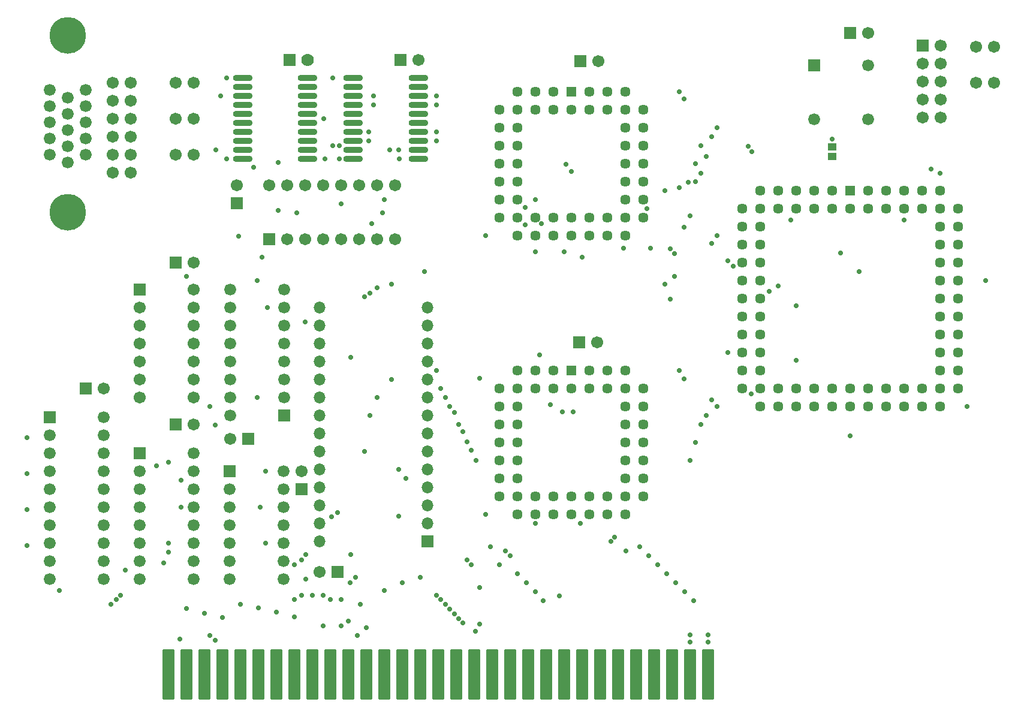
<source format=gts>
G04 Layer_Color=20142*
%FSAX24Y24*%
%MOIN*%
G70*
G01*
G75*
%ADD34R,0.0450X0.0405*%
%ADD35O,0.1094X0.0346*%
G04:AMPARAMS|DCode=36|XSize=67mil|YSize=282mil|CornerRadius=9.5mil|HoleSize=0mil|Usage=FLASHONLY|Rotation=0.000|XOffset=0mil|YOffset=0mil|HoleType=Round|Shape=RoundedRectangle|*
%AMROUNDEDRECTD36*
21,1,0.0670,0.2630,0,0,0.0*
21,1,0.0480,0.2820,0,0,0.0*
1,1,0.0190,0.0240,-0.1315*
1,1,0.0190,-0.0240,-0.1315*
1,1,0.0190,-0.0240,0.1315*
1,1,0.0190,0.0240,0.1315*
%
%ADD36ROUNDEDRECTD36*%
%ADD37C,0.0670*%
%ADD38R,0.0670X0.0670*%
%ADD39R,0.0670X0.0670*%
%ADD40C,0.0570*%
%ADD41R,0.0570X0.0570*%
%ADD42O,0.0661X0.0661*%
%ADD43R,0.0661X0.0661*%
%ADD44R,0.0661X0.0661*%
%ADD45C,0.0661*%
%ADD46C,0.0700*%
%ADD47C,0.2039*%
%ADD48C,0.0290*%
D34*
X052000Y039894D02*
D03*
Y040406D02*
D03*
D35*
X025389Y044250D02*
D03*
Y043750D02*
D03*
Y043250D02*
D03*
Y042750D02*
D03*
Y042250D02*
D03*
Y041750D02*
D03*
Y041250D02*
D03*
Y040750D02*
D03*
Y040250D02*
D03*
Y039750D02*
D03*
X029011Y044250D02*
D03*
Y043750D02*
D03*
Y043250D02*
D03*
Y042750D02*
D03*
Y042250D02*
D03*
Y041750D02*
D03*
Y041250D02*
D03*
Y040750D02*
D03*
Y040250D02*
D03*
Y039750D02*
D03*
X019239Y044250D02*
D03*
Y043750D02*
D03*
Y043250D02*
D03*
Y042750D02*
D03*
Y042250D02*
D03*
Y041750D02*
D03*
Y041250D02*
D03*
Y040750D02*
D03*
Y040250D02*
D03*
Y039750D02*
D03*
X022861Y044250D02*
D03*
Y043750D02*
D03*
Y043250D02*
D03*
Y042750D02*
D03*
Y042250D02*
D03*
Y041750D02*
D03*
Y041250D02*
D03*
Y040750D02*
D03*
Y040250D02*
D03*
Y039750D02*
D03*
D36*
X015100Y011100D02*
D03*
X016100D02*
D03*
X017100D02*
D03*
X018100D02*
D03*
X019100D02*
D03*
X020100D02*
D03*
X021100D02*
D03*
X022100D02*
D03*
X023100D02*
D03*
X024100D02*
D03*
X025100D02*
D03*
X026100D02*
D03*
X027100D02*
D03*
X028100D02*
D03*
X029100D02*
D03*
X030100D02*
D03*
X031100D02*
D03*
X032100D02*
D03*
X033100D02*
D03*
X034100D02*
D03*
X035100D02*
D03*
X036100D02*
D03*
X037100D02*
D03*
X038100D02*
D03*
X039100D02*
D03*
X040100D02*
D03*
X041100D02*
D03*
X042100D02*
D03*
X043100D02*
D03*
X044100D02*
D03*
X045100D02*
D03*
D37*
X058050Y042050D02*
D03*
X057050D02*
D03*
X058050Y043050D02*
D03*
X057050D02*
D03*
X058050Y044050D02*
D03*
X057050D02*
D03*
X058050Y045050D02*
D03*
X057050D02*
D03*
X058050Y046050D02*
D03*
X011500Y027000D02*
D03*
X016500Y034000D02*
D03*
X022500Y022400D02*
D03*
X023500Y016800D02*
D03*
X029000Y045250D02*
D03*
X039000Y045200D02*
D03*
X016500Y044000D02*
D03*
X015500D02*
D03*
X016500Y042000D02*
D03*
X015500D02*
D03*
X016500Y040000D02*
D03*
X015500D02*
D03*
X054000Y046750D02*
D03*
X038950Y029550D02*
D03*
X061000Y044000D02*
D03*
X060000D02*
D03*
X061000Y046000D02*
D03*
X060000D02*
D03*
X013000Y044000D02*
D03*
X012000D02*
D03*
X013000Y043000D02*
D03*
X012000D02*
D03*
X013000Y042000D02*
D03*
X012000D02*
D03*
X013000Y041000D02*
D03*
X012000D02*
D03*
X013000Y040000D02*
D03*
X012000D02*
D03*
X013000Y039000D02*
D03*
X012000D02*
D03*
X013500Y031500D02*
D03*
Y030500D02*
D03*
Y029500D02*
D03*
Y028500D02*
D03*
Y027500D02*
D03*
Y026500D02*
D03*
X016500Y032500D02*
D03*
Y031500D02*
D03*
Y030500D02*
D03*
Y029500D02*
D03*
Y028500D02*
D03*
Y027500D02*
D03*
Y026500D02*
D03*
Y025000D02*
D03*
X018550Y024200D02*
D03*
X020700Y038300D02*
D03*
X021700D02*
D03*
Y035300D02*
D03*
X022700D02*
D03*
X023700D02*
D03*
X024700D02*
D03*
X025700D02*
D03*
X026700D02*
D03*
X022700Y038300D02*
D03*
X023700D02*
D03*
X024700D02*
D03*
X025700D02*
D03*
X026700D02*
D03*
X027700D02*
D03*
Y035300D02*
D03*
X018900Y038300D02*
D03*
D38*
X057050Y046050D02*
D03*
X022500Y021400D02*
D03*
X020700Y035300D02*
D03*
X018900Y037300D02*
D03*
D39*
X010500Y027000D02*
D03*
X015500Y034000D02*
D03*
X024500Y016800D02*
D03*
X028000Y045250D02*
D03*
X038000Y045200D02*
D03*
X021850Y045250D02*
D03*
X053000Y046750D02*
D03*
X037950Y029550D02*
D03*
X013500Y032500D02*
D03*
X015500Y025000D02*
D03*
X019550Y024200D02*
D03*
D40*
X038500Y042500D02*
D03*
Y043500D02*
D03*
X039500Y042500D02*
D03*
Y043500D02*
D03*
X040500Y042500D02*
D03*
Y043500D02*
D03*
X041500Y042500D02*
D03*
X040500Y041500D02*
D03*
X041500D02*
D03*
X040500Y040500D02*
D03*
X041500D02*
D03*
X040500Y039500D02*
D03*
X041500D02*
D03*
X040500Y038500D02*
D03*
X041500D02*
D03*
X040500Y037500D02*
D03*
X041500D02*
D03*
X040500Y036500D02*
D03*
X041500D02*
D03*
X040500Y035500D02*
D03*
X039500Y036500D02*
D03*
Y035500D02*
D03*
X038500Y036500D02*
D03*
Y035500D02*
D03*
X037500Y036500D02*
D03*
Y035500D02*
D03*
X036500Y036500D02*
D03*
Y035500D02*
D03*
X035500Y036500D02*
D03*
Y035500D02*
D03*
X034500Y036500D02*
D03*
Y035500D02*
D03*
X033500Y036500D02*
D03*
X034500Y037500D02*
D03*
X033500D02*
D03*
X034500Y038500D02*
D03*
X033500D02*
D03*
X034500Y039500D02*
D03*
X033500D02*
D03*
X034500Y040500D02*
D03*
X033500D02*
D03*
X034500Y041500D02*
D03*
X033500D02*
D03*
X034500Y042500D02*
D03*
X033500D02*
D03*
X034500Y043500D02*
D03*
X035500Y042500D02*
D03*
Y043500D02*
D03*
X036500Y042500D02*
D03*
Y043500D02*
D03*
X037500Y042500D02*
D03*
X038500Y027000D02*
D03*
Y028000D02*
D03*
X039500Y027000D02*
D03*
Y028000D02*
D03*
X040500Y027000D02*
D03*
Y028000D02*
D03*
X041500Y027000D02*
D03*
X040500Y026000D02*
D03*
X041500D02*
D03*
X040500Y025000D02*
D03*
X041500D02*
D03*
X040500Y024000D02*
D03*
X041500D02*
D03*
X040500Y023000D02*
D03*
X041500D02*
D03*
X040500Y022000D02*
D03*
X041500D02*
D03*
X040500Y021000D02*
D03*
X041500D02*
D03*
X040500Y020000D02*
D03*
X039500Y021000D02*
D03*
Y020000D02*
D03*
X038500Y021000D02*
D03*
Y020000D02*
D03*
X037500Y021000D02*
D03*
Y020000D02*
D03*
X036500Y021000D02*
D03*
Y020000D02*
D03*
X035500Y021000D02*
D03*
Y020000D02*
D03*
X034500Y021000D02*
D03*
Y020000D02*
D03*
X033500Y021000D02*
D03*
X034500Y022000D02*
D03*
X033500D02*
D03*
X034500Y023000D02*
D03*
X033500D02*
D03*
X034500Y024000D02*
D03*
X033500D02*
D03*
X034500Y025000D02*
D03*
X033500D02*
D03*
X034500Y026000D02*
D03*
X033500D02*
D03*
X034500Y027000D02*
D03*
X033500D02*
D03*
X034500Y028000D02*
D03*
X035500Y027000D02*
D03*
Y028000D02*
D03*
X036500Y027000D02*
D03*
Y028000D02*
D03*
X037500Y027000D02*
D03*
X054000Y037000D02*
D03*
Y038000D02*
D03*
X055000Y037000D02*
D03*
Y038000D02*
D03*
X056000Y037000D02*
D03*
Y038000D02*
D03*
X057000Y037000D02*
D03*
Y038000D02*
D03*
X058000Y037000D02*
D03*
Y038000D02*
D03*
X059000Y037000D02*
D03*
X058000Y036000D02*
D03*
X059000D02*
D03*
X058000Y035000D02*
D03*
X059000D02*
D03*
X058000Y034000D02*
D03*
X059000D02*
D03*
X058000Y033000D02*
D03*
X059000D02*
D03*
X058000Y032000D02*
D03*
X059000D02*
D03*
X058000Y031000D02*
D03*
X059000D02*
D03*
X058000Y030000D02*
D03*
X059000D02*
D03*
X058000Y029000D02*
D03*
X059000D02*
D03*
X058000Y028000D02*
D03*
X059000D02*
D03*
X058000Y027000D02*
D03*
X059000D02*
D03*
X058000Y026000D02*
D03*
X057000Y027000D02*
D03*
Y026000D02*
D03*
X056000Y027000D02*
D03*
Y026000D02*
D03*
X055000Y027000D02*
D03*
Y026000D02*
D03*
X054000Y027000D02*
D03*
Y026000D02*
D03*
X053000Y027000D02*
D03*
Y026000D02*
D03*
X052000Y027000D02*
D03*
Y026000D02*
D03*
X051000Y027000D02*
D03*
Y026000D02*
D03*
X050000Y027000D02*
D03*
Y026000D02*
D03*
X049000Y027000D02*
D03*
Y026000D02*
D03*
X048000Y027000D02*
D03*
Y026000D02*
D03*
X047000Y027000D02*
D03*
X048000Y028000D02*
D03*
X047000D02*
D03*
X048000Y029000D02*
D03*
X047000D02*
D03*
X048000Y030000D02*
D03*
X047000D02*
D03*
X048000Y031000D02*
D03*
X047000D02*
D03*
X048000Y032000D02*
D03*
X047000D02*
D03*
X048000Y033000D02*
D03*
X047000D02*
D03*
X048000Y034000D02*
D03*
X047000D02*
D03*
X048000Y035000D02*
D03*
X047000D02*
D03*
X048000Y036000D02*
D03*
X047000D02*
D03*
X048000Y037000D02*
D03*
X047000D02*
D03*
X048000Y038000D02*
D03*
X049000Y037000D02*
D03*
Y038000D02*
D03*
X050000Y037000D02*
D03*
Y038000D02*
D03*
X051000Y037000D02*
D03*
Y038000D02*
D03*
X052000Y037000D02*
D03*
Y038000D02*
D03*
X053000Y037000D02*
D03*
D41*
X037500Y043500D02*
D03*
Y028000D02*
D03*
X053000Y038000D02*
D03*
D42*
X023500Y031500D02*
D03*
Y030500D02*
D03*
Y029500D02*
D03*
Y028500D02*
D03*
Y027500D02*
D03*
Y026500D02*
D03*
Y025500D02*
D03*
Y024500D02*
D03*
Y023500D02*
D03*
Y022500D02*
D03*
Y021500D02*
D03*
Y020500D02*
D03*
Y019500D02*
D03*
Y018500D02*
D03*
X029500Y031500D02*
D03*
Y030500D02*
D03*
Y029500D02*
D03*
Y028500D02*
D03*
Y027500D02*
D03*
Y026500D02*
D03*
Y025500D02*
D03*
Y024500D02*
D03*
Y023500D02*
D03*
Y022500D02*
D03*
Y021500D02*
D03*
Y020500D02*
D03*
Y019500D02*
D03*
D43*
Y018500D02*
D03*
D44*
X008500Y025400D02*
D03*
X013500Y023400D02*
D03*
X018500Y022400D02*
D03*
X021550Y025500D02*
D03*
X051000Y044950D02*
D03*
D45*
X008500Y024400D02*
D03*
Y023400D02*
D03*
Y022400D02*
D03*
Y021400D02*
D03*
Y020400D02*
D03*
Y019400D02*
D03*
Y018400D02*
D03*
Y017400D02*
D03*
Y016400D02*
D03*
X011500Y025400D02*
D03*
Y024400D02*
D03*
Y023400D02*
D03*
Y022400D02*
D03*
Y021400D02*
D03*
Y020400D02*
D03*
Y019400D02*
D03*
Y018400D02*
D03*
Y017400D02*
D03*
Y016400D02*
D03*
X013500Y022400D02*
D03*
Y021400D02*
D03*
Y020400D02*
D03*
Y019400D02*
D03*
Y018400D02*
D03*
Y017400D02*
D03*
Y016400D02*
D03*
X016500Y023400D02*
D03*
Y022400D02*
D03*
Y021400D02*
D03*
Y020400D02*
D03*
Y019400D02*
D03*
Y018400D02*
D03*
Y017400D02*
D03*
Y016400D02*
D03*
X018500Y021400D02*
D03*
Y020400D02*
D03*
Y019400D02*
D03*
Y018400D02*
D03*
Y017400D02*
D03*
Y016400D02*
D03*
X021500Y022400D02*
D03*
Y021400D02*
D03*
Y020400D02*
D03*
Y019400D02*
D03*
Y018400D02*
D03*
Y017400D02*
D03*
Y016400D02*
D03*
X009500Y043149D02*
D03*
Y039551D02*
D03*
Y040451D02*
D03*
Y041350D02*
D03*
Y042250D02*
D03*
X010500Y043599D02*
D03*
Y042700D02*
D03*
Y041800D02*
D03*
Y040900D02*
D03*
Y040001D02*
D03*
X008500Y043599D02*
D03*
Y042700D02*
D03*
Y041800D02*
D03*
Y040900D02*
D03*
Y040001D02*
D03*
X018550Y032500D02*
D03*
Y031500D02*
D03*
Y030500D02*
D03*
Y029500D02*
D03*
Y028500D02*
D03*
Y027500D02*
D03*
Y026500D02*
D03*
Y025500D02*
D03*
X021550Y032500D02*
D03*
Y031500D02*
D03*
Y030500D02*
D03*
Y029500D02*
D03*
Y028500D02*
D03*
Y027500D02*
D03*
Y026500D02*
D03*
X051000Y041950D02*
D03*
X054000Y044950D02*
D03*
Y041950D02*
D03*
D46*
X022850Y045250D02*
D03*
D47*
X009500Y046623D02*
D03*
Y036776D02*
D03*
D48*
X032400Y015930D02*
D03*
X025790Y014990D02*
D03*
X020500Y022400D02*
D03*
Y018400D02*
D03*
X036350Y026100D02*
D03*
X035500Y037500D02*
D03*
X035850Y036150D02*
D03*
X035750Y028850D02*
D03*
X034950Y037050D02*
D03*
X007250Y022250D02*
D03*
X014850Y017300D02*
D03*
X014450Y022700D02*
D03*
X007250Y024250D02*
D03*
Y020250D02*
D03*
Y018250D02*
D03*
X043000Y031950D02*
D03*
X026000Y032100D02*
D03*
Y023500D02*
D03*
X026700Y032590D02*
D03*
X026300Y032300D02*
D03*
X027100Y015750D02*
D03*
X036850Y015450D02*
D03*
X035500Y015700D02*
D03*
X017400Y013250D02*
D03*
X012700Y016900D02*
D03*
X028300Y022000D02*
D03*
X017700Y013000D02*
D03*
X024193Y019857D02*
D03*
X024500Y020100D02*
D03*
X015750Y013050D02*
D03*
X018100Y014250D02*
D03*
X017100Y014500D02*
D03*
X016100Y014750D02*
D03*
X011900Y015000D02*
D03*
X025600Y013250D02*
D03*
X024700Y013800D02*
D03*
X023700D02*
D03*
X025100Y014050D02*
D03*
X022100Y014300D02*
D03*
X021100Y014550D02*
D03*
X020100Y014790D02*
D03*
X019100Y015000D02*
D03*
X022100Y015250D02*
D03*
X024100D02*
D03*
X012200D02*
D03*
X022500Y015500D02*
D03*
X012450D02*
D03*
X023100D02*
D03*
X020200Y020400D02*
D03*
X044000Y038450D02*
D03*
X041900Y034800D02*
D03*
X052480Y034520D02*
D03*
X037100Y034600D02*
D03*
X043250Y033220D02*
D03*
X020050Y033000D02*
D03*
X027500Y032800D02*
D03*
X042700D02*
D03*
X044100Y013300D02*
D03*
Y012900D02*
D03*
X032400Y013880D02*
D03*
X026250Y040750D02*
D03*
Y041250D02*
D03*
X026500Y042750D02*
D03*
Y043250D02*
D03*
X050000Y031600D02*
D03*
X030000Y041250D02*
D03*
X031490Y024600D02*
D03*
X031950Y023550D02*
D03*
X021200Y039550D02*
D03*
Y036900D02*
D03*
X024600Y040500D02*
D03*
X043000Y034750D02*
D03*
X045300Y035050D02*
D03*
X022700Y030700D02*
D03*
X029350Y033500D02*
D03*
X045600Y035500D02*
D03*
X045300Y041000D02*
D03*
Y026350D02*
D03*
X047335Y040450D02*
D03*
X047550Y040150D02*
D03*
X043780Y027520D02*
D03*
Y035950D02*
D03*
Y043100D02*
D03*
X035950Y015200D02*
D03*
X044300D02*
D03*
X043800Y015700D02*
D03*
X035000Y016200D02*
D03*
X043300D02*
D03*
X034500Y016700D02*
D03*
X042800D02*
D03*
X033500Y017200D02*
D03*
X042300D02*
D03*
X033850Y017950D02*
D03*
X040550D02*
D03*
X034100Y017700D02*
D03*
X041800D02*
D03*
X033000Y018200D02*
D03*
X041300D02*
D03*
X043500Y038150D02*
D03*
X044400Y038500D02*
D03*
X027950Y039750D02*
D03*
X023800D02*
D03*
X024700Y037250D02*
D03*
X027500Y027500D02*
D03*
X042700Y038000D02*
D03*
X049000Y032700D02*
D03*
X048500Y032400D02*
D03*
X026700Y026500D02*
D03*
X026300Y025500D02*
D03*
X046200Y034100D02*
D03*
X046500Y033800D02*
D03*
X022750Y016400D02*
D03*
X032410Y027550D02*
D03*
X032200Y023000D02*
D03*
X015800Y020400D02*
D03*
Y021900D02*
D03*
X015100Y022900D02*
D03*
Y018400D02*
D03*
X028100Y016200D02*
D03*
X025500Y016500D02*
D03*
X025200Y016200D02*
D03*
X015100Y017900D02*
D03*
X026100Y013700D02*
D03*
X049700Y036350D02*
D03*
X053000Y024350D02*
D03*
X046200Y029000D02*
D03*
X050000Y028550D02*
D03*
X059500Y026000D02*
D03*
X060550Y033000D02*
D03*
X052000Y040850D02*
D03*
X056000Y036350D02*
D03*
X016100Y033220D02*
D03*
X043250Y034500D02*
D03*
X030000Y028000D02*
D03*
Y015500D02*
D03*
X023700D02*
D03*
X030250Y027000D02*
D03*
Y015250D02*
D03*
X030500Y026500D02*
D03*
Y015000D02*
D03*
X031000Y014450D02*
D03*
X030750Y026000D02*
D03*
X031250Y025000D02*
D03*
Y014200D02*
D03*
X035500Y034600D02*
D03*
X038000Y019500D02*
D03*
X032750Y035500D02*
D03*
Y020000D02*
D03*
X031010Y025640D02*
D03*
X044400Y039500D02*
D03*
X044100Y036600D02*
D03*
X044700Y040500D02*
D03*
Y038950D02*
D03*
X058000D02*
D03*
X057500Y039200D02*
D03*
X045600Y041500D02*
D03*
Y026000D02*
D03*
X045000Y025500D02*
D03*
X044700Y025000D02*
D03*
X044400Y024000D02*
D03*
X044100Y023000D02*
D03*
X043500Y043500D02*
D03*
Y028000D02*
D03*
X040400Y034800D02*
D03*
X047500Y026700D02*
D03*
X035500Y019500D02*
D03*
X027900Y022500D02*
D03*
Y019900D02*
D03*
X037000Y025700D02*
D03*
X037600D02*
D03*
X039900Y018710D02*
D03*
X009050Y015750D02*
D03*
X025250Y017750D02*
D03*
X041700Y037000D02*
D03*
X045000Y039900D02*
D03*
X039700Y018500D02*
D03*
X034950Y036100D02*
D03*
X038100Y034300D02*
D03*
X020300D02*
D03*
X017400Y026000D02*
D03*
X017750Y040250D02*
D03*
X030000Y040750D02*
D03*
Y042750D02*
D03*
Y043250D02*
D03*
X037500Y039050D02*
D03*
X037200Y039450D02*
D03*
X027100Y037500D02*
D03*
X026400Y036150D02*
D03*
X020050Y026500D02*
D03*
X024250Y044250D02*
D03*
X022250Y036750D02*
D03*
X027000D02*
D03*
X053500Y033500D02*
D03*
X023750Y042000D02*
D03*
X018000Y043250D02*
D03*
X018350Y039750D02*
D03*
X024600D02*
D03*
X018350Y044250D02*
D03*
X019000Y035450D02*
D03*
X019850Y039300D02*
D03*
X020600Y031500D02*
D03*
X024250Y040500D02*
D03*
X027400Y040250D02*
D03*
X027900D02*
D03*
X045100Y012900D02*
D03*
Y013300D02*
D03*
X024700Y015250D02*
D03*
X022750Y017750D02*
D03*
X022500Y017450D02*
D03*
X022100Y017200D02*
D03*
X031950D02*
D03*
X031700Y024010D02*
D03*
Y017450D02*
D03*
X032190Y013490D02*
D03*
X031490Y013950D02*
D03*
X030750Y014710D02*
D03*
X029100Y016500D02*
D03*
X017700Y024970D02*
D03*
X025250Y028710D02*
D03*
M02*

</source>
